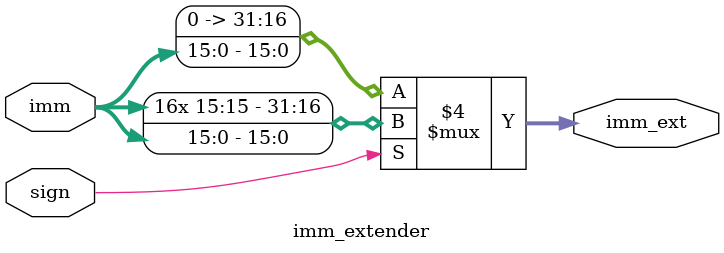
<source format=v>
module imm_extender (
    input wire [15:0] imm,
    input wire sign,
    output reg [31:0] imm_ext // Must be 'reg' to use inside always block
);

    always @(*) begin
        if (sign == 1'b1) begin
            // SIGN EXTENSION:
            // Take the 15th bit (positive or negative) and copy it 16 times
            imm_ext = { {16{imm[15]}}, imm };
        end else begin
            // ZERO EXTENSION:
            // Just fill the top with zeros
            imm_ext = { 16'b0, imm };
        end
    end

endmodule
</source>
